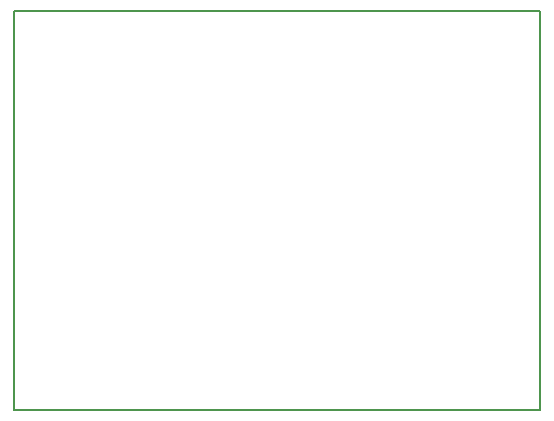
<source format=gbr>
%TF.GenerationSoftware,KiCad,Pcbnew,5.1.2-f72e74a~84~ubuntu18.04.1*%
%TF.CreationDate,2019-05-18T14:46:29+02:00*%
%TF.ProjectId,rgbww-micro-board,72676277-772d-46d6-9963-726f2d626f61,rev?*%
%TF.SameCoordinates,PXb903480PY55d4a80*%
%TF.FileFunction,Profile,NP*%
%FSLAX46Y46*%
G04 Gerber Fmt 4.6, Leading zero omitted, Abs format (unit mm)*
G04 Created by KiCad (PCBNEW 5.1.2-f72e74a~84~ubuntu18.04.1) date 2019-05-18 14:46:29*
%MOMM*%
%LPD*%
G04 APERTURE LIST*
%ADD10C,0.200000*%
G04 APERTURE END LIST*
D10*
X44500000Y33750000D02*
X0Y33750000D01*
X44500000Y0D02*
X44500000Y33750000D01*
X0Y0D02*
X44500000Y0D01*
X0Y33750000D02*
X0Y0D01*
M02*

</source>
